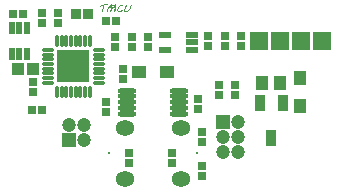
<source format=gbr>
G04 Layer_Color=8388736*
%FSLAX25Y25*%
%MOIN*%
%TF.FileFunction,Soldermask,Top*%
%TF.Part,Single*%
G01*
G75*
%TA.AperFunction,SMDPad*%
%ADD63R,0.02959X0.02762*%
%TA.AperFunction,SMDPad*%
%ADD64O,0.01024X0.04173*%
%TA.AperFunction,SMDPad*%
%ADD65O,0.04173X0.01024*%
%TA.AperFunction,SMDPad*%
%ADD66R,0.10669X0.10669*%
%TA.AperFunction,SMDPad*%
%ADD67R,0.04461X0.04658*%
%TA.AperFunction,SMDPad*%
%ADD68R,0.03359X0.05328*%
%TA.AperFunction,SMDPad*%
%ADD69O,0.06115X0.01981*%
%TA.AperFunction,SMDPad*%
%ADD70R,0.02762X0.02959*%
%TA.AperFunction,SMDPad*%
%ADD71R,0.04737X0.04068*%
%TA.AperFunction,SMDPad*%
%ADD72R,0.04068X0.04737*%
%TA.AperFunction,SMDPad*%
%ADD73R,0.02375X0.04147*%
%TA.AperFunction,ConnectorPad*%
%ADD74R,0.04331X0.04331*%
%TA.AperFunction,SMDPad*%
%ADD75R,0.04147X0.02375*%
%TA.AperFunction,ConnectorPad*%
%ADD76R,0.06299X0.06299*%
%TA.AperFunction,ConnectorPad*%
%ADD77R,0.03347X0.03347*%
%TA.AperFunction,ViaPad*%
%ADD78R,0.00787X0.00787*%
%TA.AperFunction,ViaPad*%
%ADD79O,0.06306X0.05124*%
%TA.AperFunction,ViaPad*%
%ADD80R,0.04737X0.04737*%
%TA.AperFunction,ViaPad*%
%ADD81C,0.04737*%
%TA.AperFunction,ViaPad*%
%ADD82R,0.04737X0.04737*%
G36*
X378260Y296210D02*
X378285Y296200D01*
X378290Y296195D01*
X378300Y296185D01*
X378315Y296170D01*
X378330Y296145D01*
X378335Y296140D01*
X378340Y296125D01*
X378350Y296100D01*
X378355Y296070D01*
Y296060D01*
X378360Y296040D01*
X378365Y296010D01*
Y295975D01*
Y295970D01*
Y295960D01*
Y295945D01*
Y295930D01*
X378360Y295880D01*
X378350Y295820D01*
Y295815D01*
Y295805D01*
X378345Y295790D01*
Y295775D01*
X378335Y295725D01*
X378325Y295680D01*
Y295670D01*
X378320Y295640D01*
X378310Y295595D01*
X378300Y295530D01*
Y295525D01*
X378295Y295515D01*
Y295495D01*
X378290Y295470D01*
X378285Y295440D01*
X378275Y295400D01*
X378260Y295315D01*
Y295310D01*
X378255Y295295D01*
Y295270D01*
X378245Y295235D01*
X378240Y295200D01*
X378235Y295155D01*
X378215Y295050D01*
Y295045D01*
X378210Y295025D01*
Y294995D01*
X378200Y294960D01*
X378195Y294915D01*
X378190Y294865D01*
X378170Y294755D01*
Y294750D01*
X378165Y294730D01*
X378160Y294700D01*
X378155Y294665D01*
X378145Y294620D01*
X378140Y294570D01*
X378120Y294465D01*
Y294460D01*
X378115Y294440D01*
X378110Y294415D01*
X378105Y294380D01*
X378100Y294340D01*
X378090Y294295D01*
X378075Y294200D01*
Y294195D01*
X378070Y294180D01*
Y294155D01*
X378065Y294125D01*
X378050Y294055D01*
X378035Y293975D01*
Y293970D01*
Y293960D01*
X378030Y293940D01*
X378025Y293920D01*
X378020Y293870D01*
X378010Y293825D01*
Y293820D01*
X378005Y293805D01*
X378000Y293785D01*
X377990Y293755D01*
Y293750D01*
X377980Y293730D01*
X377970Y293700D01*
X377955Y293670D01*
X377950Y293665D01*
X377940Y293645D01*
X377920Y293620D01*
X377895Y293595D01*
X377890Y293590D01*
X377870Y293580D01*
X377840Y293570D01*
X377805Y293565D01*
X377800D01*
X377785Y293570D01*
X377770Y293575D01*
X377750Y293585D01*
X377745Y293590D01*
X377735Y293600D01*
X377720Y293615D01*
X377700Y293635D01*
X377695Y293640D01*
X377690Y293655D01*
X377680Y293675D01*
X377670Y293695D01*
Y293700D01*
X377665Y293715D01*
X377660Y293735D01*
X377655Y293760D01*
X378035Y295555D01*
Y295560D01*
X378040Y295570D01*
Y295600D01*
Y295605D01*
X378045Y295615D01*
Y295640D01*
Y295645D01*
Y295650D01*
X378040Y295675D01*
Y295680D01*
Y295685D01*
X378035Y295705D01*
Y295710D01*
X378030Y295715D01*
X378025Y295735D01*
X378020Y295730D01*
X378010Y295725D01*
X377995Y295710D01*
X377970Y295695D01*
X377915Y295640D01*
X377845Y295575D01*
X377840Y295570D01*
X377830Y295560D01*
X377810Y295540D01*
X377790Y295515D01*
X377760Y295480D01*
X377730Y295445D01*
X377660Y295360D01*
X377655Y295355D01*
X377645Y295340D01*
X377625Y295315D01*
X377600Y295285D01*
X377570Y295250D01*
X377540Y295210D01*
X377470Y295115D01*
X377465Y295110D01*
X377455Y295095D01*
X377435Y295065D01*
X377410Y295035D01*
X377385Y294995D01*
X377350Y294950D01*
X377285Y294850D01*
X377280Y294845D01*
X377275Y294830D01*
X377260Y294810D01*
X377245Y294785D01*
X377220Y294750D01*
X377195Y294715D01*
X377140Y294630D01*
X377135Y294625D01*
X377125Y294610D01*
X377110Y294590D01*
X377095Y294560D01*
X377070Y294525D01*
X377045Y294485D01*
X376985Y294400D01*
X376980Y294395D01*
X376970Y294380D01*
X376955Y294360D01*
X376940Y294330D01*
X376915Y294295D01*
X376890Y294255D01*
X376835Y294170D01*
X376830Y294165D01*
X376825Y294150D01*
X376810Y294130D01*
X376790Y294100D01*
X376745Y294030D01*
X376700Y293950D01*
X376695Y293940D01*
X376680Y293915D01*
X376660Y293875D01*
X376640Y293820D01*
Y293815D01*
X376635Y293805D01*
X376630Y293790D01*
X376620Y293770D01*
X376600Y293720D01*
X376570Y293660D01*
Y293655D01*
X376565Y293650D01*
X376545Y293615D01*
X376520Y293575D01*
X376490Y293530D01*
X376485Y293520D01*
X376465Y293505D01*
X376435Y293490D01*
X376395Y293480D01*
X376370D01*
X376350Y293485D01*
X376325Y293495D01*
X376320D01*
X376310Y293505D01*
X376280Y293525D01*
Y293530D01*
X376270Y293540D01*
X376255Y293570D01*
Y293575D01*
Y293590D01*
X376250Y293610D01*
Y293635D01*
Y293640D01*
Y293660D01*
Y293685D01*
X376255Y293715D01*
Y293725D01*
X376260Y293745D01*
X376270Y293770D01*
X376275Y293800D01*
Y293805D01*
X376280Y293830D01*
X376290Y293860D01*
X376300Y293900D01*
X376310Y293945D01*
X376325Y294000D01*
X376355Y294115D01*
Y294120D01*
X376365Y294145D01*
X376370Y294175D01*
X376385Y294215D01*
X376395Y294265D01*
X376410Y294320D01*
X376440Y294440D01*
Y294450D01*
X376450Y294470D01*
X376455Y294500D01*
X376470Y294545D01*
X376480Y294595D01*
X376495Y294655D01*
X376530Y294780D01*
Y294790D01*
X376540Y294810D01*
X376550Y294850D01*
X376560Y294895D01*
X376575Y294950D01*
X376595Y295015D01*
X376610Y295085D01*
X376630Y295160D01*
Y295165D01*
X376635Y295170D01*
X376640Y295195D01*
X376650Y295235D01*
X376660Y295285D01*
Y295290D01*
X376665Y295295D01*
X376670Y295330D01*
X376680Y295375D01*
X376690Y295425D01*
Y295430D01*
X376695Y295440D01*
Y295450D01*
X376700Y295470D01*
X376705Y295515D01*
X376715Y295565D01*
Y295570D01*
Y295575D01*
X376720Y295605D01*
X376725Y295645D01*
Y295685D01*
Y295695D01*
Y295715D01*
X376720Y295740D01*
X376715Y295760D01*
Y295765D01*
X376710Y295775D01*
X376705Y295785D01*
X376690Y295790D01*
X376665D01*
X376645Y295785D01*
X376600Y295770D01*
X376545Y295740D01*
X376540D01*
X376530Y295730D01*
X376515Y295720D01*
X376500Y295705D01*
X376450Y295660D01*
X376395Y295605D01*
X376390Y295600D01*
X376380Y295590D01*
X376365Y295575D01*
X376350Y295550D01*
X376300Y295495D01*
X376245Y295420D01*
X376240Y295415D01*
X376230Y295400D01*
X376220Y295380D01*
X376200Y295355D01*
X376175Y295320D01*
X376150Y295285D01*
X376100Y295205D01*
X376095Y295200D01*
X376090Y295185D01*
X376075Y295165D01*
X376060Y295135D01*
X376040Y295105D01*
X376020Y295065D01*
X375975Y294985D01*
Y294980D01*
X375965Y294965D01*
X375955Y294945D01*
X375940Y294920D01*
X375910Y294855D01*
X375875Y294785D01*
Y294780D01*
X375870Y294775D01*
X375865Y294760D01*
X375850Y294735D01*
X375845Y294730D01*
X375840Y294715D01*
X375825Y294685D01*
X375805Y294645D01*
X375800Y294635D01*
X375785Y294605D01*
X375765Y294560D01*
X375735Y294500D01*
Y294495D01*
X375730Y294485D01*
X375720Y294465D01*
X375710Y294440D01*
X375695Y294405D01*
X375680Y294365D01*
X375660Y294325D01*
X375640Y294275D01*
Y294270D01*
X375630Y294250D01*
X375620Y294220D01*
X375605Y294185D01*
X375585Y294135D01*
X375560Y294080D01*
X375535Y294020D01*
X375510Y293950D01*
X375505Y293940D01*
X375500Y293915D01*
X375485Y293875D01*
X375465Y293825D01*
X375440Y293760D01*
X375415Y293680D01*
X375385Y293595D01*
X375350Y293505D01*
X375345Y293500D01*
X375335Y293485D01*
X375315Y293465D01*
X375290Y293445D01*
X375285Y293440D01*
X375265Y293430D01*
X375235Y293420D01*
X375205Y293415D01*
X375190D01*
X375175Y293420D01*
X375150D01*
X375105Y293435D01*
X375065Y293465D01*
X375060Y293475D01*
X375045Y293495D01*
X375030Y293535D01*
X375025Y293585D01*
Y293590D01*
Y293610D01*
Y293630D01*
X375030Y293660D01*
Y293665D01*
X375035Y293685D01*
X375045Y293710D01*
X375055Y293750D01*
X375070Y293795D01*
X375085Y293845D01*
X375105Y293905D01*
X375125Y293965D01*
X375130Y293975D01*
X375135Y293995D01*
X375150Y294030D01*
X375170Y294075D01*
X375190Y294125D01*
X375215Y294185D01*
X375270Y294315D01*
X375275Y294325D01*
X375285Y294345D01*
X375300Y294385D01*
X375320Y294430D01*
X375350Y294490D01*
X375380Y294550D01*
X375445Y294690D01*
X375450Y294700D01*
X375460Y294725D01*
X375480Y294760D01*
X375510Y294810D01*
X375540Y294865D01*
X375575Y294925D01*
X375650Y295060D01*
X375655Y295070D01*
X375670Y295090D01*
X375690Y295125D01*
X375715Y295170D01*
X375750Y295220D01*
X375785Y295275D01*
X375865Y295395D01*
X375870Y295400D01*
X375885Y295420D01*
X375905Y295450D01*
X375935Y295490D01*
X375965Y295535D01*
X376005Y295585D01*
X376085Y295680D01*
X376090Y295685D01*
X376105Y295705D01*
X376130Y295730D01*
X376160Y295765D01*
Y295770D01*
X376170Y295775D01*
X376190Y295800D01*
X376220Y295835D01*
X376260Y295875D01*
X376265Y295880D01*
X376270Y295885D01*
X376300Y295910D01*
X376335Y295945D01*
X376380Y295980D01*
X376385Y295985D01*
X376390Y295990D01*
X376420Y296015D01*
X376460Y296045D01*
X376510Y296075D01*
X376515D01*
X376520Y296085D01*
X376550Y296100D01*
X376590Y296125D01*
X376635Y296145D01*
X376640D01*
X376645Y296150D01*
X376670Y296160D01*
X376705Y296170D01*
X376745Y296175D01*
X376755D01*
X376785Y296170D01*
X376825Y296165D01*
X376870Y296150D01*
X376875D01*
X376880Y296145D01*
X376905Y296130D01*
X376940Y296110D01*
X376970Y296080D01*
X376975Y296075D01*
X376995Y296050D01*
X377010Y296020D01*
X377030Y295975D01*
Y295970D01*
X377035Y295965D01*
X377045Y295935D01*
X377050Y295895D01*
X377055Y295845D01*
Y295840D01*
Y295825D01*
Y295805D01*
X377050Y295780D01*
Y295775D01*
X377045Y295760D01*
Y295740D01*
X377040Y295720D01*
X376840Y294705D01*
X376845Y294715D01*
X376860Y294735D01*
X376880Y294770D01*
X376915Y294815D01*
Y294820D01*
X376925Y294830D01*
X376935Y294845D01*
X376950Y294865D01*
X376985Y294915D01*
X377025Y294975D01*
X377030Y294980D01*
X377035Y294990D01*
X377050Y295010D01*
X377065Y295030D01*
X377105Y295090D01*
X377150Y295160D01*
X377155Y295165D01*
X377160Y295175D01*
X377175Y295195D01*
X377195Y295220D01*
X377235Y295280D01*
X377285Y295345D01*
X377290Y295350D01*
X377295Y295360D01*
X377310Y295375D01*
X377325Y295400D01*
X377365Y295450D01*
X377405Y295505D01*
X377410Y295510D01*
X377415Y295520D01*
X377435Y295550D01*
X377465Y295585D01*
X377495Y295625D01*
X377525Y295670D01*
X377530Y295675D01*
X377550Y295695D01*
X377575Y295725D01*
X377605Y295765D01*
Y295770D01*
X377615Y295775D01*
X377635Y295805D01*
X377670Y295840D01*
X377710Y295885D01*
X377715Y295890D01*
X377720Y295895D01*
X377750Y295925D01*
X377785Y295965D01*
X377830Y296010D01*
X377835Y296015D01*
X377840Y296020D01*
X377870Y296045D01*
X377910Y296080D01*
X377960Y296115D01*
X377965D01*
X377970Y296125D01*
X378000Y296140D01*
X378040Y296165D01*
X378090Y296190D01*
X378095D01*
X378100Y296195D01*
X378130Y296205D01*
X378170Y296215D01*
X378215Y296220D01*
X378240D01*
X378260Y296210D01*
D02*
G37*
G36*
X383245D02*
X383270Y296200D01*
X383295Y296175D01*
X383300Y296170D01*
X383315Y296150D01*
X383335Y296120D01*
X383350Y296085D01*
X383355Y296075D01*
X383365Y296055D01*
X383375Y296020D01*
X383385Y295975D01*
Y295970D01*
Y295965D01*
X383390Y295940D01*
X383395Y295905D01*
Y295865D01*
Y295860D01*
Y295850D01*
Y295830D01*
Y295805D01*
X383385Y295745D01*
X383375Y295670D01*
Y295665D01*
X383370Y295650D01*
Y295630D01*
X383365Y295605D01*
X383350Y295540D01*
X383335Y295470D01*
Y295460D01*
X383325Y295435D01*
X383315Y295395D01*
X383300Y295340D01*
X383280Y295275D01*
X383255Y295205D01*
X383205Y295050D01*
X383200Y295040D01*
X383195Y295015D01*
X383175Y294975D01*
X383155Y294920D01*
X383130Y294855D01*
X383100Y294785D01*
X383030Y294635D01*
X383025Y294625D01*
X383010Y294600D01*
X382990Y294560D01*
X382965Y294510D01*
X382930Y294450D01*
X382890Y294385D01*
X382795Y294245D01*
X382790Y294235D01*
X382770Y294215D01*
X382745Y294175D01*
X382705Y294130D01*
X382660Y294075D01*
X382605Y294015D01*
X382550Y293955D01*
X382485Y293890D01*
X382480Y293885D01*
X382470Y293875D01*
X382450Y293860D01*
X382425Y293840D01*
X382365Y293785D01*
X382290Y293725D01*
X382285Y293720D01*
X382275Y293710D01*
X382255Y293700D01*
X382225Y293680D01*
X382195Y293660D01*
X382160Y293635D01*
X382080Y293585D01*
X382075Y293580D01*
X382060Y293575D01*
X382040Y293565D01*
X382010Y293550D01*
X381975Y293530D01*
X381935Y293515D01*
X381850Y293485D01*
X381845D01*
X381830Y293480D01*
X381810Y293475D01*
X381780Y293470D01*
X381745Y293460D01*
X381705Y293455D01*
X381625Y293450D01*
X381595D01*
X381565Y293455D01*
X381525D01*
X381480Y293460D01*
X381430Y293470D01*
X381335Y293495D01*
X381330D01*
X381315Y293505D01*
X381295Y293510D01*
X381265Y293525D01*
X381200Y293565D01*
X381130Y293620D01*
X381125Y293625D01*
X381115Y293635D01*
X381105Y293655D01*
X381085Y293675D01*
X381065Y293705D01*
X381045Y293740D01*
X381010Y293820D01*
Y293825D01*
X381005Y293840D01*
X381000Y293865D01*
X380990Y293895D01*
X380985Y293930D01*
X380975Y293975D01*
X380970Y294070D01*
Y294075D01*
Y294080D01*
Y294095D01*
Y294115D01*
X380975Y294160D01*
X380980Y294215D01*
Y294220D01*
X380985Y294230D01*
Y294245D01*
X380990Y294265D01*
X381000Y294315D01*
X381010Y294370D01*
Y294380D01*
X381015Y294400D01*
X381025Y294435D01*
X381035Y294480D01*
X381050Y294530D01*
X381065Y294585D01*
X381095Y294700D01*
Y294705D01*
X381105Y294725D01*
X381110Y294755D01*
X381125Y294790D01*
X381135Y294830D01*
X381150Y294875D01*
X381185Y294970D01*
Y294975D01*
X381195Y294990D01*
X381205Y295015D01*
X381215Y295045D01*
X381230Y295080D01*
X381245Y295120D01*
X381275Y295205D01*
Y295210D01*
X381280Y295225D01*
X381290Y295250D01*
X381300Y295280D01*
X381310Y295315D01*
X381320Y295355D01*
X381345Y295445D01*
X381370Y295530D01*
Y295535D01*
X381375Y295555D01*
Y295580D01*
X381380Y295610D01*
Y295620D01*
X381385Y295640D01*
Y295675D01*
X381390Y295715D01*
Y295720D01*
Y295725D01*
X381395Y295750D01*
X381405Y295785D01*
X381410Y295820D01*
Y295825D01*
Y295830D01*
X381420Y295855D01*
X381425Y295885D01*
X381440Y295915D01*
X381445Y295925D01*
X381455Y295940D01*
X381470Y295965D01*
X381495Y295985D01*
X381500Y295990D01*
X381520Y296000D01*
X381545Y296005D01*
X381580Y296010D01*
X381615D01*
X381645Y296000D01*
X381675Y295990D01*
X381680Y295985D01*
X381700Y295975D01*
X381715Y295960D01*
X381735Y295935D01*
X381740Y295930D01*
X381750Y295915D01*
X381760Y295890D01*
X381770Y295860D01*
X381775Y295855D01*
X381780Y295835D01*
X381785Y295805D01*
Y295775D01*
Y295770D01*
Y295750D01*
Y295725D01*
X381780Y295695D01*
Y295690D01*
X381775Y295675D01*
X381770Y295650D01*
X381765Y295625D01*
Y295620D01*
X381760Y295610D01*
X381755Y295595D01*
X381750Y295570D01*
X381740Y295545D01*
X381730Y295510D01*
X381700Y295435D01*
Y295430D01*
X381690Y295415D01*
X381685Y295395D01*
X381670Y295365D01*
X381655Y295330D01*
X381640Y295290D01*
X381600Y295195D01*
Y295190D01*
X381590Y295170D01*
X381580Y295145D01*
X381565Y295110D01*
X381550Y295070D01*
X381530Y295020D01*
X381485Y294910D01*
Y294905D01*
X381475Y294885D01*
X381465Y294850D01*
X381455Y294810D01*
X381440Y294765D01*
X381420Y294710D01*
X381390Y294585D01*
Y294580D01*
X381385Y294570D01*
X381380Y294550D01*
X381375Y294525D01*
X381365Y294490D01*
X381355Y294455D01*
X381340Y294375D01*
Y294370D01*
Y294355D01*
X381335Y294335D01*
Y294305D01*
X381330Y294240D01*
X381325Y294165D01*
Y294160D01*
Y294150D01*
Y294140D01*
Y294120D01*
X381330Y294075D01*
X381335Y294025D01*
Y294020D01*
X381340Y294015D01*
X381345Y293985D01*
X381360Y293950D01*
X381380Y293910D01*
X381385Y293900D01*
X381405Y293880D01*
X381435Y293855D01*
X381470Y293830D01*
X381475D01*
X381480Y293825D01*
X381510Y293815D01*
X381550Y293805D01*
X381610Y293800D01*
X381650D01*
X381695Y293805D01*
X381745Y293810D01*
X381750D01*
X381760Y293815D01*
X381775D01*
X381795Y293825D01*
X381845Y293840D01*
X381915Y293865D01*
X381920Y293870D01*
X381940Y293875D01*
X381965Y293890D01*
X382000Y293910D01*
X382040Y293935D01*
X382085Y293960D01*
X382180Y294030D01*
X382185Y294035D01*
X382200Y294050D01*
X382225Y294070D01*
X382260Y294095D01*
X382295Y294130D01*
X382335Y294170D01*
X382415Y294260D01*
X382420Y294265D01*
X382435Y294285D01*
X382455Y294310D01*
X382480Y294345D01*
X382510Y294385D01*
X382545Y294430D01*
X382615Y294535D01*
X382620Y294540D01*
X382630Y294560D01*
X382650Y294590D01*
X382670Y294630D01*
X382700Y294675D01*
X382725Y294730D01*
X382785Y294845D01*
X382790Y294850D01*
X382800Y294875D01*
X382810Y294905D01*
X382830Y294945D01*
X382850Y294995D01*
X382870Y295050D01*
X382915Y295170D01*
X382920Y295180D01*
X382925Y295200D01*
X382935Y295230D01*
X382950Y295275D01*
X382965Y295320D01*
X382980Y295375D01*
X383010Y295495D01*
Y295500D01*
X383015Y295505D01*
X383020Y295535D01*
X383030Y295575D01*
X383035Y295620D01*
Y295625D01*
Y295630D01*
X383040Y295660D01*
X383045Y295695D01*
X383050Y295740D01*
Y295745D01*
Y295750D01*
X383055Y295780D01*
Y295820D01*
Y295870D01*
Y295875D01*
Y295885D01*
Y295900D01*
X383060Y295920D01*
X383065Y295970D01*
X383070Y296035D01*
Y296040D01*
Y296050D01*
X383075Y296080D01*
X383090Y296120D01*
X383110Y296160D01*
Y296165D01*
X383115Y296170D01*
X383135Y296190D01*
X383170Y296205D01*
X383195Y296215D01*
X383230D01*
X383245Y296210D01*
D02*
G37*
G36*
X375115Y296250D02*
X375185D01*
X375225Y296245D01*
X375235D01*
X375260Y296240D01*
X375295Y296235D01*
X375335Y296230D01*
X375345D01*
X375370Y296225D01*
X375400Y296220D01*
X375430Y296215D01*
X375435Y296210D01*
X375455Y296205D01*
X375475Y296185D01*
X375500Y296160D01*
X375505Y296155D01*
X375515Y296135D01*
X375525Y296105D01*
X375530Y296075D01*
Y296070D01*
Y296055D01*
Y296030D01*
X375525Y296005D01*
Y296000D01*
X375520Y295985D01*
X375515Y295965D01*
X375500Y295945D01*
X375495Y295940D01*
X375490Y295930D01*
X375460Y295905D01*
X375455D01*
X375445Y295900D01*
X375420Y295895D01*
X375395Y295890D01*
X375370D01*
X375350Y295895D01*
X375305Y295900D01*
X375245Y295905D01*
X375230D01*
X375215Y295910D01*
X375190D01*
X375140Y295915D01*
X374915D01*
X374860Y295910D01*
X374735Y295905D01*
X374705D01*
X374670Y295900D01*
X374630D01*
X374575Y295890D01*
X374515Y295885D01*
X374385Y295860D01*
X374380Y295855D01*
X374370Y295840D01*
Y295835D01*
Y295830D01*
Y295800D01*
Y295795D01*
Y295785D01*
Y295765D01*
X374365Y295745D01*
X374360Y295690D01*
X374350Y295630D01*
Y295625D01*
Y295615D01*
X374345Y295600D01*
Y295585D01*
X374335Y295535D01*
X374320Y295480D01*
Y295475D01*
X374315Y295465D01*
Y295450D01*
X374310Y295430D01*
X374295Y295380D01*
X374275Y295320D01*
Y295315D01*
X374270Y295305D01*
X374265Y295285D01*
X374260Y295260D01*
X374250Y295230D01*
X374235Y295195D01*
X374210Y295110D01*
Y295105D01*
X374205Y295090D01*
X374195Y295065D01*
X374185Y295030D01*
X374175Y294985D01*
X374160Y294935D01*
X374145Y294880D01*
X374125Y294820D01*
Y294815D01*
X374115Y294790D01*
X374110Y294755D01*
X374095Y294710D01*
X374080Y294650D01*
X374060Y294580D01*
X374040Y294500D01*
X374020Y294415D01*
X373935Y294065D01*
Y294060D01*
X373930Y294045D01*
X373925Y294020D01*
X373920Y293990D01*
X373900Y293920D01*
X373885Y293840D01*
Y293835D01*
Y293825D01*
X373880Y293805D01*
X373875Y293780D01*
X373865Y293720D01*
X373855Y293650D01*
Y293645D01*
X373845Y293630D01*
X373830Y293610D01*
X373800Y293590D01*
X373790Y293585D01*
X373770Y293580D01*
X373735Y293570D01*
X373690Y293565D01*
X373685D01*
X373665Y293570D01*
X373645Y293575D01*
X373620Y293585D01*
X373615Y293590D01*
X373605Y293600D01*
X373585Y293620D01*
X373570Y293640D01*
X373565Y293645D01*
X373560Y293660D01*
X373550Y293685D01*
X373540Y293710D01*
Y293715D01*
Y293735D01*
Y293760D01*
X373545Y293790D01*
Y293795D01*
X373550Y293805D01*
Y293820D01*
X373555Y293840D01*
X373565Y293870D01*
X373570Y293900D01*
X373590Y293980D01*
X373615Y294070D01*
X373640Y294170D01*
X373670Y294280D01*
X373700Y294395D01*
Y294400D01*
X373705Y294410D01*
X373710Y294425D01*
X373715Y294450D01*
X373720Y294475D01*
X373730Y294510D01*
X373755Y294590D01*
X373780Y294680D01*
X373810Y294785D01*
X373840Y294895D01*
X373870Y295010D01*
Y295015D01*
X373875Y295030D01*
X373880Y295055D01*
X373890Y295085D01*
X373905Y295160D01*
X373925Y295235D01*
Y295240D01*
X373930Y295255D01*
X373935Y295275D01*
X373940Y295300D01*
X373955Y295360D01*
X373970Y295420D01*
Y295425D01*
X373975Y295435D01*
Y295450D01*
X373980Y295470D01*
X373990Y295520D01*
X374000Y295575D01*
Y295580D01*
Y295585D01*
X374005Y295615D01*
X374010Y295655D01*
Y295700D01*
Y295705D01*
Y295710D01*
Y295725D01*
Y295730D01*
Y295735D01*
Y295760D01*
X373990D01*
X373965Y295750D01*
X373925Y295740D01*
X373920D01*
X373915Y295735D01*
X373885Y295725D01*
X373840Y295710D01*
X373780Y295685D01*
X373775D01*
X373765Y295680D01*
X373750Y295675D01*
X373725Y295665D01*
X373670Y295645D01*
X373600Y295615D01*
X373595D01*
X373585Y295610D01*
X373565Y295600D01*
X373545Y295590D01*
X373490Y295560D01*
X373425Y295530D01*
X373420D01*
X373415Y295525D01*
X373390Y295510D01*
X373355Y295495D01*
X373320Y295475D01*
X373315Y295470D01*
X373295Y295465D01*
X373270Y295450D01*
X373245Y295440D01*
X373240D01*
X373225Y295435D01*
X373190Y295425D01*
X373175D01*
X373140Y295420D01*
X373130D01*
X373105Y295425D01*
X373075Y295440D01*
X373040Y295465D01*
X373035Y295475D01*
X373020Y295495D01*
X373005Y295535D01*
X373000Y295580D01*
Y295585D01*
Y295605D01*
Y295625D01*
X373005Y295650D01*
Y295655D01*
X373010Y295670D01*
X373030Y295700D01*
X373035Y295705D01*
X373045Y295715D01*
X373060Y295730D01*
X373080Y295745D01*
X373085Y295750D01*
X373100Y295760D01*
X373120Y295775D01*
X373150Y295790D01*
X373155Y295795D01*
X373170Y295800D01*
X373195Y295815D01*
X373230Y295830D01*
X373270Y295850D01*
X373320Y295870D01*
X373375Y295895D01*
X373440Y295925D01*
X373505Y295950D01*
X373580Y295980D01*
X373735Y296040D01*
X373905Y296095D01*
X374080Y296140D01*
X374085D01*
X374100Y296145D01*
X374125Y296150D01*
X374160Y296160D01*
X374205Y296165D01*
X374255Y296175D01*
X374315Y296185D01*
X374375Y296200D01*
X374445Y296210D01*
X374520Y296220D01*
X374680Y296235D01*
X374855Y296250D01*
X375030Y296255D01*
X375080D01*
X375115Y296250D01*
D02*
G37*
G36*
X380240Y296060D02*
X380285Y296050D01*
X380335Y296030D01*
X380340D01*
X380345Y296025D01*
X380375Y296010D01*
X380415Y295980D01*
X380455Y295945D01*
X380460D01*
X380465Y295935D01*
X380485Y295910D01*
X380515Y295875D01*
X380540Y295825D01*
Y295820D01*
X380545Y295815D01*
X380550Y295800D01*
X380555Y295780D01*
X380565Y295730D01*
X380570Y295675D01*
Y295665D01*
Y295640D01*
X380565Y295610D01*
X380560Y295585D01*
Y295580D01*
X380555Y295570D01*
X380540Y295535D01*
X380535Y295525D01*
X380510Y295515D01*
X380435D01*
X380415Y295520D01*
X380395Y295530D01*
X380390Y295535D01*
X380385Y295540D01*
X380360Y295570D01*
Y295575D01*
X380355Y295585D01*
X380350Y295605D01*
X380340Y295625D01*
Y295630D01*
X380335Y295645D01*
X380325Y295680D01*
Y295685D01*
X380320Y295695D01*
X380295Y295720D01*
X380290Y295725D01*
X380285Y295730D01*
X380270Y295735D01*
X380255Y295740D01*
X380225D01*
X380205Y295735D01*
X380155Y295725D01*
X380095Y295705D01*
X380090D01*
X380080Y295700D01*
X380065Y295695D01*
X380045Y295685D01*
X379990Y295655D01*
X379925Y295620D01*
X379920D01*
X379910Y295610D01*
X379890Y295600D01*
X379870Y295585D01*
X379810Y295545D01*
X379745Y295495D01*
X379740Y295490D01*
X379730Y295485D01*
X379715Y295470D01*
X379695Y295450D01*
X379640Y295405D01*
X379580Y295350D01*
X379575Y295345D01*
X379565Y295340D01*
X379550Y295325D01*
X379530Y295305D01*
X379485Y295260D01*
X379430Y295210D01*
X379425Y295205D01*
X379420Y295200D01*
X379390Y295170D01*
X379355Y295125D01*
X379315Y295080D01*
X379310Y295075D01*
X379305Y295065D01*
X379290Y295045D01*
X379270Y295025D01*
X379225Y294965D01*
X379180Y294895D01*
X379175Y294890D01*
X379170Y294880D01*
X379160Y294860D01*
X379145Y294835D01*
X379110Y294775D01*
X379075Y294700D01*
Y294695D01*
X379070Y294685D01*
X379060Y294665D01*
X379050Y294635D01*
X379030Y294570D01*
X379010Y294495D01*
Y294490D01*
X379005Y294475D01*
X379000Y294455D01*
Y294430D01*
X378995Y294395D01*
X378990Y294360D01*
X378985Y294280D01*
Y294275D01*
Y294265D01*
Y294250D01*
X378990Y294225D01*
X378995Y294175D01*
X379010Y294125D01*
Y294120D01*
X379015Y294115D01*
X379025Y294085D01*
X379045Y294050D01*
X379065Y294010D01*
X379070Y294000D01*
X379090Y293980D01*
X379115Y293955D01*
X379150Y293935D01*
X379160Y293930D01*
X379185Y293925D01*
X379225Y293920D01*
X379275Y293915D01*
X379330D01*
X379370Y293920D01*
X379415D01*
X379460Y293930D01*
X379560Y293945D01*
X379565D01*
X379580Y293950D01*
X379610Y293955D01*
X379640Y293965D01*
X379680Y293975D01*
X379720Y293990D01*
X379810Y294020D01*
X379815D01*
X379830Y294030D01*
X379855Y294040D01*
X379885Y294055D01*
X379920Y294070D01*
X379960Y294090D01*
X380045Y294135D01*
X380050Y294140D01*
X380065Y294145D01*
X380090Y294160D01*
X380120Y294180D01*
X380155Y294205D01*
X380195Y294230D01*
X380280Y294285D01*
X380345D01*
X380360Y294280D01*
X380375Y294270D01*
X380380D01*
X380390Y294265D01*
X380420Y294240D01*
X380425Y294235D01*
X380430Y294225D01*
X380440Y294210D01*
X380450Y294190D01*
Y294185D01*
X380455Y294175D01*
X380460Y294140D01*
Y294135D01*
Y294130D01*
X380455Y294105D01*
X380440Y294065D01*
X380415Y294020D01*
Y294015D01*
X380405Y294010D01*
X380385Y293985D01*
X380345Y293945D01*
X380295Y293905D01*
X380290D01*
X380280Y293895D01*
X380265Y293885D01*
X380245Y293875D01*
X380190Y293840D01*
X380125Y293805D01*
X380120D01*
X380110Y293800D01*
X380090Y293790D01*
X380070Y293780D01*
X380010Y293750D01*
X379945Y293720D01*
X379940D01*
X379930Y293715D01*
X379910Y293710D01*
X379890Y293700D01*
X379835Y293680D01*
X379775Y293660D01*
X379770D01*
X379765Y293655D01*
X379730Y293645D01*
X379690Y293635D01*
X379650Y293625D01*
X379645D01*
X379625Y293620D01*
X379600Y293615D01*
X379570Y293610D01*
X379565D01*
X379545Y293605D01*
X379520Y293600D01*
X379485Y293590D01*
X379475D01*
X379450Y293585D01*
X379415D01*
X379365Y293580D01*
X379315D01*
X379290Y293575D01*
X379175D01*
X379145Y293580D01*
X379105Y293585D01*
X379065Y293595D01*
X379055Y293600D01*
X379030Y293610D01*
X379000Y293625D01*
X378965Y293645D01*
X378960Y293650D01*
X378940Y293665D01*
X378920Y293685D01*
X378895Y293705D01*
X378890Y293710D01*
X378880Y293725D01*
X378845Y293760D01*
X378840Y293765D01*
X378830Y293780D01*
X378810Y293805D01*
X378785Y293840D01*
X378760Y293875D01*
X378735Y293915D01*
X378710Y293960D01*
X378690Y294005D01*
Y294010D01*
X378680Y294025D01*
X378675Y294050D01*
X378665Y294085D01*
X378655Y294125D01*
X378650Y294170D01*
X378640Y294270D01*
Y294275D01*
Y294290D01*
Y294310D01*
X378645Y294340D01*
Y294375D01*
X378650Y294420D01*
X378665Y294510D01*
Y294515D01*
X378670Y294535D01*
X378680Y294560D01*
X378690Y294595D01*
X378700Y294635D01*
X378715Y294675D01*
X378755Y294770D01*
X378760Y294780D01*
X378770Y294800D01*
X378790Y294835D01*
X378815Y294880D01*
X378840Y294930D01*
X378875Y294985D01*
X378950Y295105D01*
X378955Y295115D01*
X378970Y295135D01*
X378990Y295165D01*
X379020Y295205D01*
X379050Y295250D01*
X379090Y295300D01*
X379170Y295405D01*
X379175Y295410D01*
X379190Y295430D01*
X379210Y295455D01*
X379240Y295490D01*
X379275Y295525D01*
X379315Y295570D01*
X379395Y295650D01*
X379400Y295655D01*
X379415Y295670D01*
X379435Y295690D01*
X379465Y295715D01*
X379535Y295770D01*
X379610Y295820D01*
Y295815D01*
X379615D01*
X379620Y295820D01*
X379650Y295840D01*
X379695Y295870D01*
X379745Y295900D01*
X379750D01*
X379755Y295910D01*
X379770Y295915D01*
X379790Y295925D01*
X379835Y295955D01*
X379890Y295980D01*
X379895D01*
X379905Y295985D01*
X379920Y295995D01*
X379935Y296000D01*
X379985Y296020D01*
X380040Y296040D01*
X380045D01*
X380055Y296045D01*
X380070Y296050D01*
X380085Y296055D01*
X380135Y296060D01*
X380190Y296065D01*
X380220D01*
X380240Y296060D01*
D02*
G37*
D63*
X397000Y246673D02*
D03*
Y243327D02*
D03*
X382500Y243327D02*
D03*
Y246673D02*
D03*
X407000Y238827D02*
D03*
Y242173D02*
D03*
X405500Y264673D02*
D03*
Y261327D02*
D03*
X375000Y260327D02*
D03*
Y263673D02*
D03*
X350500Y266827D02*
D03*
Y270173D02*
D03*
X380500Y271327D02*
D03*
Y274673D02*
D03*
X412500Y269173D02*
D03*
Y265827D02*
D03*
X418000Y269173D02*
D03*
Y265827D02*
D03*
X407000Y253673D02*
D03*
Y250327D02*
D03*
X383500Y281827D02*
D03*
Y285173D02*
D03*
X378000Y281827D02*
D03*
Y285173D02*
D03*
X353500Y293173D02*
D03*
Y289827D02*
D03*
X359000Y293173D02*
D03*
Y289827D02*
D03*
X389000Y281827D02*
D03*
Y285173D02*
D03*
X409000Y282327D02*
D03*
Y285673D02*
D03*
X420000Y285673D02*
D03*
Y282327D02*
D03*
X414500Y282327D02*
D03*
Y285673D02*
D03*
D64*
X358488Y267035D02*
D03*
X360063D02*
D03*
X361638D02*
D03*
X363213D02*
D03*
X364787D02*
D03*
X366362D02*
D03*
X367937D02*
D03*
X369512D02*
D03*
Y283965D02*
D03*
X367937D02*
D03*
X366362D02*
D03*
X364787D02*
D03*
X363213D02*
D03*
X361638D02*
D03*
X360063D02*
D03*
X358488D02*
D03*
D65*
X372465Y269988D02*
D03*
Y271563D02*
D03*
Y273138D02*
D03*
Y274713D02*
D03*
Y276287D02*
D03*
Y277862D02*
D03*
Y279437D02*
D03*
Y281012D02*
D03*
X355535D02*
D03*
Y279437D02*
D03*
Y277862D02*
D03*
Y276287D02*
D03*
Y274713D02*
D03*
Y273138D02*
D03*
Y271563D02*
D03*
Y269988D02*
D03*
D66*
X364000Y275500D02*
D03*
D67*
X426968Y270000D02*
D03*
X433032D02*
D03*
D68*
X430000Y251693D02*
D03*
X426260Y263307D02*
D03*
X433740D02*
D03*
D69*
X399260Y259563D02*
D03*
Y261531D02*
D03*
Y263500D02*
D03*
Y265469D02*
D03*
Y267437D02*
D03*
X381740Y259563D02*
D03*
Y261531D02*
D03*
Y263500D02*
D03*
Y265469D02*
D03*
Y267437D02*
D03*
D70*
X353673Y261000D02*
D03*
X350327D02*
D03*
X374827Y290500D02*
D03*
X378173D02*
D03*
X343827Y293000D02*
D03*
X347173D02*
D03*
D71*
X395146Y273500D02*
D03*
X385854D02*
D03*
D72*
X439500Y271646D02*
D03*
Y262354D02*
D03*
D73*
X343441Y279571D02*
D03*
X346000D02*
D03*
X348559D02*
D03*
Y288429D02*
D03*
X346000D02*
D03*
X343441D02*
D03*
D74*
X350500Y274500D02*
D03*
X345500D02*
D03*
D75*
X403429Y280941D02*
D03*
Y283500D02*
D03*
Y286059D02*
D03*
X394571D02*
D03*
Y280941D02*
D03*
D76*
X426000Y284000D02*
D03*
X433000D02*
D03*
X447000D02*
D03*
X440000D02*
D03*
D77*
X369000Y293000D02*
D03*
X365000D02*
D03*
D78*
X405271Y246500D02*
D03*
X375743D02*
D03*
D79*
X381058Y238035D02*
D03*
X399956D02*
D03*
X381058Y254965D02*
D03*
X399956D02*
D03*
D80*
X362507Y251000D02*
D03*
D81*
Y256000D02*
D03*
X367507Y251000D02*
D03*
Y256000D02*
D03*
X419007Y257000D02*
D03*
X414007Y252000D02*
D03*
X419007D02*
D03*
X414007Y247000D02*
D03*
X419007D02*
D03*
D82*
X414007Y257000D02*
D03*
%TF.MD5,643479AD4DCFB9CD01AF981A2B40F316*%
M02*

</source>
